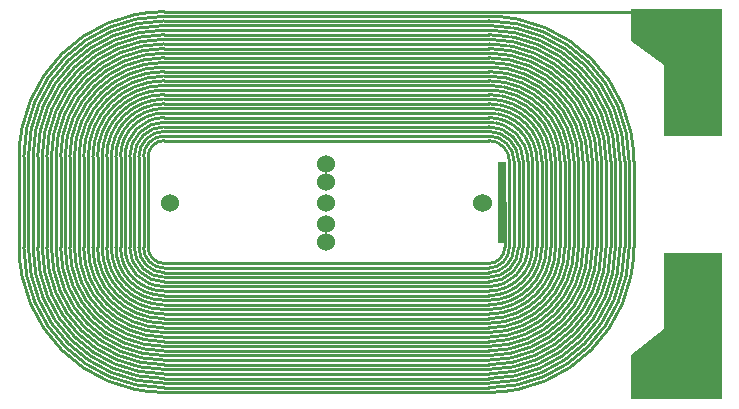
<source format=gbl>
G04*
G04 #@! TF.GenerationSoftware,Altium Limited,Altium Designer,18.1.7 (191)*
G04*
G04 Layer_Physical_Order=4*
G04 Layer_Color=16711680*
%FSLAX44Y44*%
%MOMM*%
G71*
G01*
G75*
%ADD16C,0.2700*%
%ADD17C,1.5240*%
%ADD18R,2.2900X0.7600*%
%ADD19C,0.5000*%
%ADD20C,0.4000*%
G36*
X335000Y-166000D02*
X258000Y-166000D01*
X258000Y-128222D01*
X286000Y-106445D01*
X286000Y-42000D01*
X335000Y-42000D01*
Y-166000D01*
D02*
G37*
G36*
X152000Y-33102D02*
X151102Y-34000D01*
X146293Y-34000D01*
X145049Y-33750D01*
Y33750D01*
Y34612D01*
X146267Y35000D01*
X152000D01*
X152000Y-33102D01*
D02*
G37*
G36*
X335000Y57000D02*
X286000D01*
Y116722D01*
X258000Y136944D01*
X258000Y164000D01*
X335000Y164000D01*
Y57000D01*
D02*
G37*
D16*
X-137349Y56850D02*
G03*
X-154699Y39500I0J-17350D01*
G01*
X-137349Y138750D02*
G03*
X-236599Y39500I0J-99250D01*
G01*
X-137349Y154350D02*
G03*
X-252199Y39500I0J-114850D01*
G01*
X-137349Y119250D02*
G03*
X-217099Y39500I0J-79750D01*
G01*
X-137349Y103650D02*
G03*
X-201499Y39500I0J-64150D01*
G01*
X-137349Y88050D02*
G03*
X-185899Y39500I0J-48550D01*
G01*
X-137349Y134850D02*
G03*
X-232699Y39500I0J-95350D01*
G01*
X-137349Y150450D02*
G03*
X-248299Y39500I0J-110950D01*
G01*
X-137349Y80250D02*
G03*
X-178099Y39500I0J-40750D01*
G01*
X-137349Y146550D02*
G03*
X-244399Y39500I0J-107050D01*
G01*
X-137349Y127050D02*
G03*
X-224899Y39500I0J-87550D01*
G01*
X-137349Y162150D02*
G03*
X-259999Y39500I0J-122650D01*
G01*
X-137349Y111450D02*
G03*
X-209299Y39500I0J-71950D01*
G01*
X-137349Y95850D02*
G03*
X-193699Y39500I0J-56350D01*
G01*
X-137349Y142650D02*
G03*
X-240499Y39500I0J-103150D01*
G01*
X-137349Y158250D02*
G03*
X-256099Y39500I0J-118750D01*
G01*
Y-37500D02*
G03*
X-137349Y-156250I118750J0D01*
G01*
X-244399Y-37500D02*
G03*
X-137349Y-144550I107050J0D01*
G01*
X-228799Y-37500D02*
G03*
X-137349Y-128950I91450J0D01*
G01*
X-217099Y-37500D02*
G03*
X-137349Y-117250I79750J0D01*
G01*
X-213199Y-37500D02*
G03*
X-137349Y-113350I75850J0D01*
G01*
X-209299Y-37500D02*
G03*
X-137349Y-109450I71950J0D01*
G01*
X-232699Y-37500D02*
G03*
X-137349Y-132850I95350J0D01*
G01*
X-224899Y-37500D02*
G03*
X-137349Y-125050I87550J0D01*
G01*
X-220999Y-37500D02*
G03*
X-137349Y-121150I83650J0D01*
G01*
X-259999Y-37500D02*
G03*
X-137349Y-160150I122650J0D01*
G01*
X-252199Y-37500D02*
G03*
X-137349Y-152350I114850J0D01*
G01*
X-248299Y-37500D02*
G03*
X-137349Y-148450I110950J0D01*
G01*
X-240499Y-37500D02*
G03*
X-137349Y-140650I103150J0D01*
G01*
X-236599Y-37500D02*
G03*
X-137349Y-136750I99250J0D01*
G01*
X-205399Y-37500D02*
G03*
X-137349Y-105550I68050J0D01*
G01*
X-201499Y-37500D02*
G03*
X-137349Y-101650I64150J0D01*
G01*
X-197599Y-37500D02*
G03*
X-137349Y-97750I60250J0D01*
G01*
X-193699Y-37500D02*
G03*
X-137349Y-93850I56350J0D01*
G01*
X-189799Y-37500D02*
G03*
X-137349Y-89950I52450J0D01*
G01*
X-185899Y-37500D02*
G03*
X-137349Y-86050I48550J0D01*
G01*
X-181999Y-37500D02*
G03*
X-137349Y-82150I44650J0D01*
G01*
X-178099Y-37500D02*
G03*
X-137349Y-78250I40750J0D01*
G01*
X-174199Y-37500D02*
G03*
X-137349Y-74350I36850J0D01*
G01*
X-162499Y-37500D02*
G03*
X-137349Y-62650I25150J0D01*
G01*
X-170299Y-37500D02*
G03*
X-137349Y-70450I32950J0D01*
G01*
X-166399Y-37500D02*
G03*
X-137349Y-66550I29050J0D01*
G01*
X-158599Y-37500D02*
G03*
X-137349Y-58750I21250J0D01*
G01*
X-154699Y-37500D02*
G03*
X-137349Y-54850I17350J0D01*
G01*
X-150799Y-37500D02*
G03*
X-137349Y-50950I13450J0D01*
G01*
Y130950D02*
G03*
X-228799Y39500I0J-91450D01*
G01*
X-137349Y123150D02*
G03*
X-220999Y39500I0J-83650D01*
G01*
X-137349Y84150D02*
G03*
X-181999Y39500I0J-44650D01*
G01*
X-137349Y91950D02*
G03*
X-189799Y39500I0J-52450D01*
G01*
X-137349Y68550D02*
G03*
X-166399Y39500I0J-29050D01*
G01*
X-137349Y64650D02*
G03*
X-162499Y39500I0J-25150D01*
G01*
X-137349Y72450D02*
G03*
X-170299Y39500I0J-32950D01*
G01*
X-137349Y76350D02*
G03*
X-174199Y39500I0J-36850D01*
G01*
X-137349Y52950D02*
G03*
X-150799Y39500I0J-13450D01*
G01*
X-137349Y60750D02*
G03*
X-158599Y39500I0J-21250D01*
G01*
X-137349Y99750D02*
G03*
X-197599Y39500I0J-60250D01*
G01*
X-137349Y107550D02*
G03*
X-205399Y39500I0J-68050D01*
G01*
X-137349Y115350D02*
G03*
X-213199Y39500I0J-75850D01*
G01*
X137650Y-93850D02*
G03*
X194000Y-37500I0J56350D01*
G01*
X137650Y-62650D02*
G03*
X162800Y-37500I0J25150D01*
G01*
X137650Y-78250D02*
G03*
X178400Y-37500I0J40750D01*
G01*
X137650Y-82150D02*
G03*
X182300Y-37500I0J44650D01*
G01*
X137650Y-70450D02*
G03*
X170600Y-37500I0J32950D01*
G01*
X137650Y-74350D02*
G03*
X174500Y-37500I0J36850D01*
G01*
X137650Y-101650D02*
G03*
X201800Y-37500I0J64150D01*
G01*
X137650Y-105550D02*
G03*
X205700Y-37500I0J68050D01*
G01*
X137650Y-86050D02*
G03*
X186200Y-37500I0J48550D01*
G01*
X137650Y-97750D02*
G03*
X197900Y-37500I0J60250D01*
G01*
X137650Y-89950D02*
G03*
X190100Y-37500I0J52450D01*
G01*
X137650Y-58750D02*
G03*
X158900Y-37500I0J21250D01*
G01*
X137650Y-66550D02*
G03*
X166700Y-37500I0J29050D01*
G01*
X137650Y-54850D02*
G03*
X155000Y-37500I0J17350D01*
G01*
X137650Y-50950D02*
G03*
X151100Y-37500I0J13450D01*
G01*
X137650Y-144550D02*
G03*
X244700Y-37500I0J107050D01*
G01*
X137650Y-140650D02*
G03*
X240800Y-37500I0J103150D01*
G01*
X137650Y-136750D02*
G03*
X236900Y-37500I0J99250D01*
G01*
X137650Y-128950D02*
G03*
X229100Y-37500I0J91450D01*
G01*
X137650Y-132850D02*
G03*
X233000Y-37500I0J95350D01*
G01*
X137650Y-148450D02*
G03*
X248600Y-37500I0J110950D01*
G01*
X137650Y-121150D02*
G03*
X221300Y-37500I0J83650D01*
G01*
X137650Y-125050D02*
G03*
X225200Y-37500I0J87550D01*
G01*
X137650Y-152350D02*
G03*
X252500Y-37500I0J114850D01*
G01*
X137650Y-156250D02*
G03*
X256400Y-37500I0J118750D01*
G01*
X137650Y-117250D02*
G03*
X217400Y-37500I0J79750D01*
G01*
X137650Y-109450D02*
G03*
X209600Y-37500I0J71950D01*
G01*
X137650Y-113350D02*
G03*
X213500Y-37500I0J75850D01*
G01*
X182300Y35600D02*
G03*
X137650Y80250I-44650J0D01*
G01*
X178400Y35600D02*
G03*
X137650Y76350I-40750J0D01*
G01*
X190100Y35600D02*
G03*
X137650Y88050I-52450J0D01*
G01*
X186200Y35600D02*
G03*
X137650Y84150I-48550J0D01*
G01*
X197900Y35600D02*
G03*
X137650Y95850I-60250J0D01*
G01*
X194000Y35600D02*
G03*
X137650Y91950I-56350J0D01*
G01*
X213500Y35600D02*
G03*
X137650Y111450I-75850J0D01*
G01*
X205700Y35600D02*
G03*
X137650Y103650I-68050J0D01*
G01*
X209600Y35600D02*
G03*
X137650Y107550I-71950J0D01*
G01*
X158900Y35600D02*
G03*
X137650Y56850I-21250J0D01*
G01*
X155000Y35600D02*
G03*
X137650Y52950I-17350J0D01*
G01*
X162800Y35600D02*
G03*
X137650Y60750I-25150J0D01*
G01*
X170600Y35600D02*
G03*
X137650Y68550I-32950J0D01*
G01*
X166700Y35600D02*
G03*
X137650Y64650I-29050J0D01*
G01*
X174500Y35600D02*
G03*
X137650Y72450I-36850J0D01*
G01*
X201800Y35600D02*
G03*
X137650Y99750I-64150J0D01*
G01*
X221300Y35600D02*
G03*
X137650Y119250I-83650J0D01*
G01*
X217400Y35600D02*
G03*
X137650Y115350I-79750J0D01*
G01*
X233000Y35600D02*
G03*
X137650Y130950I-95350J0D01*
G01*
X229100Y35600D02*
G03*
X137650Y127050I-91450J0D01*
G01*
X260300Y35600D02*
G03*
X137650Y158250I-122650J0D01*
G01*
X236900Y35600D02*
G03*
X137650Y134850I-99250J0D01*
G01*
X225200Y35600D02*
G03*
X137650Y123150I-87550J0D01*
G01*
X244700Y35600D02*
G03*
X137650Y142650I-107050J0D01*
G01*
X240800Y35600D02*
G03*
X137650Y138750I-103150J0D01*
G01*
X256400Y35600D02*
G03*
X137650Y154350I-118750J0D01*
G01*
X248600Y35600D02*
G03*
X137650Y146550I-110950J0D01*
G01*
X252500Y35600D02*
G03*
X137650Y150450I-114850J0D01*
G01*
Y-160150D02*
G03*
X260300Y-37500I0J122650D01*
G01*
X-137349Y115350D02*
X137650D01*
X-137349Y111450D02*
X137650D01*
X-201499Y-37500D02*
Y39500D01*
X-137349Y107550D02*
X137650D01*
X-137349Y103650D02*
X137650D01*
X-193699Y-37500D02*
Y39500D01*
X-185899Y-37500D02*
Y39500D01*
X-252199Y-37500D02*
Y39500D01*
X-256099Y-37500D02*
Y39500D01*
X-259999Y-37500D02*
Y39500D01*
X-137349Y99750D02*
X137650D01*
X-137349Y95850D02*
X137650D01*
X-137349Y91950D02*
X137650D01*
X-137349Y88050D02*
X137650D01*
X-178099Y-37500D02*
Y39500D01*
X-244399Y-37500D02*
Y39500D01*
X-248299Y-37500D02*
Y39500D01*
X-137349Y158250D02*
X137650D01*
X-137349Y84150D02*
X137650D01*
X-137349Y80250D02*
X137650D01*
X-240499Y-37500D02*
Y39500D01*
X-236599Y-37500D02*
Y39500D01*
X-137349Y150450D02*
X137650D01*
X-137349Y154350D02*
X137650D01*
X-154699Y-37500D02*
Y39500D01*
X-137349Y142650D02*
X137650D01*
X-137349Y146550D02*
X137650D01*
X-232699Y-37500D02*
Y39500D01*
X-224899Y-37500D02*
Y39500D01*
X-137349Y138750D02*
X137650D01*
X-137349Y134850D02*
X137650D01*
X-137349Y127050D02*
X137650D01*
X-217099Y-37500D02*
Y39500D01*
X-137349Y130950D02*
X137650D01*
X-137349Y123150D02*
X137650D01*
X-137349Y119250D02*
X137650D01*
X-209299Y-37500D02*
Y39500D01*
X-137349Y-136750D02*
X137650D01*
X-137349Y-140650D02*
X137650D01*
X-137349Y-128950D02*
X137650D01*
X-137349Y-132850D02*
X137650D01*
X-137349Y-156250D02*
X137650D01*
X-137349Y-144550D02*
X137650D01*
X-137349Y-152350D02*
X137650D01*
X-137349Y-148450D02*
X137650D01*
X-137349Y-101650D02*
X137650D01*
X-137349Y-105550D02*
X137650D01*
X-137349Y-93850D02*
X137650D01*
X-137349Y-97750D02*
X137650D01*
X-137349Y-121150D02*
X137650D01*
X-137349Y-125050D02*
X137650D01*
X-137349Y-109450D02*
X137650D01*
X-137349Y-117250D02*
X137650D01*
X-137349Y-113350D02*
X137650D01*
X-137349Y-74350D02*
X137650D01*
X-137349Y-86050D02*
X137650D01*
X-137349Y-89950D02*
X137650D01*
X-137349Y-70450D02*
X137650D01*
X-137349Y-82150D02*
X137650D01*
X-137349Y-78250D02*
X137650D01*
X-137349Y-62650D02*
X137650D01*
X-137349Y-66550D02*
X137650D01*
X-137349Y-50950D02*
X137650D01*
X-137349Y-58750D02*
X137650D01*
X-137349Y-54850D02*
X137650D01*
X-228799Y-37500D02*
Y39500D01*
X-205399Y-37500D02*
Y39500D01*
X-220999Y-37500D02*
Y39500D01*
X-213199Y-37500D02*
Y39500D01*
X-189799Y-37500D02*
Y39500D01*
X-197599Y-37500D02*
Y39500D01*
X-174199Y-37500D02*
Y39500D01*
X-170299Y-37500D02*
Y39500D01*
X-181999Y-37500D02*
Y39500D01*
X-158599Y-37500D02*
Y39500D01*
X-166399Y-37500D02*
Y39500D01*
X-162499Y-37500D02*
Y39500D01*
X-150799Y-37500D02*
Y39500D01*
X-137349Y60750D02*
X137650D01*
X-137349Y56850D02*
X137650D01*
X-137349Y64650D02*
X137650D01*
X-137349Y52950D02*
X137650D01*
X-137349Y68550D02*
X137650D01*
X-137349Y72450D02*
X137650D01*
X151100Y-37500D02*
Y1000D01*
X155000Y-37500D02*
Y35600D01*
X158900Y-37500D02*
Y35600D01*
X162800Y-37500D02*
Y35600D01*
X166700Y-37500D02*
Y35600D01*
X174500Y-37500D02*
Y35600D01*
X170600Y-37500D02*
Y35600D01*
X186200Y-37500D02*
Y35600D01*
X190100Y-37500D02*
Y35600D01*
X194000Y-37500D02*
Y35600D01*
X178400Y-37500D02*
Y35600D01*
X182300Y-37500D02*
Y35600D01*
X209600Y-37500D02*
Y35600D01*
X213500Y-37500D02*
Y35600D01*
X197900Y-37500D02*
Y35600D01*
X205700Y-37500D02*
Y35600D01*
X201800Y-37500D02*
Y35600D01*
X-137349Y76350D02*
X137650D01*
X217400Y-37500D02*
Y35600D01*
X221300Y-37500D02*
Y35600D01*
X225200Y-37500D02*
Y35600D01*
X229100Y-37500D02*
Y35600D01*
X233000Y-37500D02*
Y35600D01*
X244700Y-37500D02*
Y35600D01*
X248600Y-37500D02*
Y35600D01*
X236900Y-37500D02*
Y35600D01*
X240800Y-37500D02*
Y35600D01*
X252500Y-37500D02*
Y35600D01*
X256400Y-37500D02*
Y35600D01*
X260300Y-37500D02*
Y35600D01*
X-137349Y-160150D02*
X137650D01*
X-137349Y162150D02*
X280600D01*
X289650Y153100D01*
X297300D01*
D17*
X-132000Y0D02*
D03*
X0D02*
D03*
X131500Y-0D02*
D03*
X0Y-33000D02*
D03*
Y-18000D02*
D03*
Y18000D02*
D03*
Y33000D02*
D03*
X133000Y0D02*
D03*
D18*
X297300Y153100D02*
D03*
X322700D02*
D03*
X297300Y127700D02*
D03*
X322700D02*
D03*
X297300Y102300D02*
D03*
X322700D02*
D03*
X297300Y76900D02*
D03*
X322700D02*
D03*
X297300Y-61900D02*
D03*
X322700D02*
D03*
X297300Y-87300D02*
D03*
X322700D02*
D03*
X297300Y-112700D02*
D03*
X322700D02*
D03*
X297300Y-138100D02*
D03*
X322700D02*
D03*
D19*
X148000Y-22000D02*
D03*
Y-29000D02*
D03*
Y32000D02*
D03*
Y26000D02*
D03*
Y20000D02*
D03*
Y14000D02*
D03*
Y8000D02*
D03*
Y2000D02*
D03*
Y-16000D02*
D03*
Y-10000D02*
D03*
Y-4000D02*
D03*
D20*
X310600Y62500D02*
Y113300D01*
X306600Y64500D02*
Y88900D01*
X308800Y61000D02*
Y62500D01*
X310600D01*
X308800D02*
Y114300D01*
X306600Y115300D02*
X330200D01*
X304800Y88900D02*
Y89900D01*
Y63500D02*
X306600D01*
M02*

</source>
